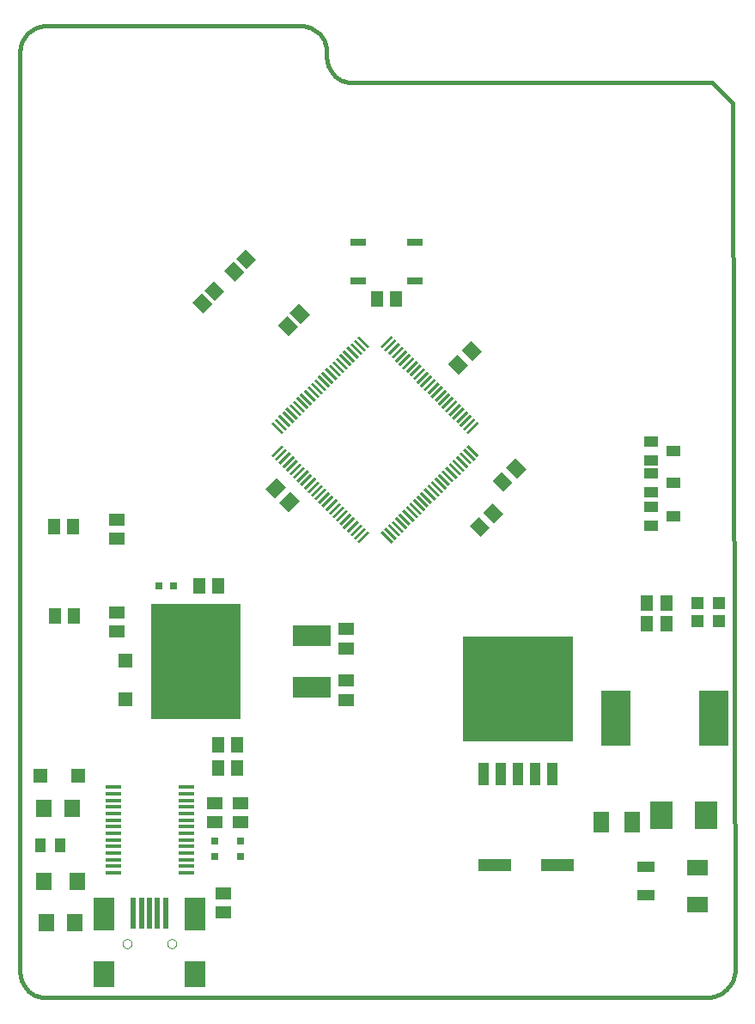
<source format=gtp>
G75*
%MOIN*%
%OFA0B0*%
%FSLAX24Y24*%
%IPPOS*%
%LPD*%
%AMOC8*
5,1,8,0,0,1.08239X$1,22.5*
%
%ADD10C,0.0160*%
%ADD11R,0.0110X0.0580*%
%ADD12R,0.0512X0.0591*%
%ADD13R,0.4252X0.4098*%
%ADD14R,0.0420X0.0850*%
%ADD15R,0.0591X0.0787*%
%ADD16R,0.1299X0.0512*%
%ADD17R,0.0630X0.0512*%
%ADD18R,0.0551X0.0551*%
%ADD19R,0.1500X0.0820*%
%ADD20R,0.3500X0.4500*%
%ADD21R,0.0315X0.0315*%
%ADD22R,0.0512X0.0630*%
%ADD23R,0.0591X0.0512*%
%ADD24R,0.0591X0.0157*%
%ADD25R,0.0787X0.0984*%
%ADD26R,0.0787X0.1299*%
%ADD27R,0.0197X0.1220*%
%ADD28C,0.0000*%
%ADD29R,0.0433X0.0551*%
%ADD30R,0.0600X0.0300*%
%ADD31R,0.0709X0.0394*%
%ADD32R,0.0827X0.0591*%
%ADD33R,0.0472X0.0472*%
%ADD34R,0.0551X0.0394*%
%ADD35R,0.0630X0.0709*%
%ADD36R,0.0850X0.1080*%
%ADD37R,0.1142X0.2126*%
D10*
X008033Y014549D02*
X033786Y014549D01*
X033853Y014560D01*
X033919Y014574D01*
X033984Y014592D01*
X034048Y014614D01*
X034110Y014640D01*
X034171Y014669D01*
X034230Y014702D01*
X034287Y014738D01*
X034342Y014777D01*
X034394Y014820D01*
X034444Y014865D01*
X034491Y014914D01*
X034535Y014965D01*
X034576Y015018D01*
X034614Y015074D01*
X034649Y015132D01*
X034680Y015192D01*
X034708Y015253D01*
X034732Y015316D01*
X034752Y015381D01*
X034769Y015446D01*
X034781Y015513D01*
X034790Y015579D01*
X034795Y015647D01*
X034796Y015714D01*
X034793Y015782D01*
X034786Y015849D01*
X034698Y048787D01*
X034698Y048794D02*
X034688Y049239D01*
X034683Y049249D02*
X033883Y050049D01*
X019933Y050049D01*
X019873Y050051D01*
X019812Y050056D01*
X019753Y050065D01*
X019694Y050078D01*
X019635Y050094D01*
X019578Y050114D01*
X019523Y050137D01*
X019468Y050164D01*
X019416Y050193D01*
X019365Y050226D01*
X019316Y050262D01*
X019270Y050300D01*
X019226Y050342D01*
X019184Y050386D01*
X019146Y050432D01*
X019110Y050481D01*
X019077Y050532D01*
X019048Y050584D01*
X019021Y050639D01*
X018998Y050694D01*
X018978Y050751D01*
X018962Y050810D01*
X018949Y050869D01*
X018940Y050928D01*
X018935Y050989D01*
X018933Y051049D01*
X018933Y051249D01*
X018931Y051309D01*
X018926Y051370D01*
X018917Y051429D01*
X018904Y051488D01*
X018888Y051547D01*
X018868Y051604D01*
X018845Y051659D01*
X018818Y051714D01*
X018789Y051766D01*
X018756Y051817D01*
X018720Y051866D01*
X018682Y051912D01*
X018640Y051956D01*
X018596Y051998D01*
X018550Y052036D01*
X018501Y052072D01*
X018450Y052105D01*
X018398Y052134D01*
X018343Y052161D01*
X018288Y052184D01*
X018231Y052204D01*
X018172Y052220D01*
X018113Y052233D01*
X018054Y052242D01*
X017993Y052247D01*
X017933Y052249D01*
X008033Y052249D01*
X007973Y052247D01*
X007912Y052242D01*
X007853Y052233D01*
X007794Y052220D01*
X007735Y052204D01*
X007678Y052184D01*
X007623Y052161D01*
X007568Y052134D01*
X007516Y052105D01*
X007465Y052072D01*
X007416Y052036D01*
X007370Y051998D01*
X007326Y051956D01*
X007284Y051912D01*
X007246Y051866D01*
X007210Y051817D01*
X007177Y051766D01*
X007148Y051714D01*
X007121Y051659D01*
X007098Y051604D01*
X007078Y051547D01*
X007062Y051488D01*
X007049Y051429D01*
X007040Y051370D01*
X007035Y051309D01*
X007033Y051249D01*
X007033Y015549D01*
X007035Y015489D01*
X007040Y015428D01*
X007049Y015369D01*
X007062Y015310D01*
X007078Y015251D01*
X007098Y015194D01*
X007121Y015139D01*
X007148Y015084D01*
X007177Y015032D01*
X007210Y014981D01*
X007246Y014932D01*
X007284Y014886D01*
X007326Y014842D01*
X007370Y014800D01*
X007416Y014762D01*
X007465Y014726D01*
X007516Y014693D01*
X007568Y014664D01*
X007623Y014637D01*
X007678Y014614D01*
X007735Y014594D01*
X007794Y014578D01*
X007853Y014565D01*
X007912Y014556D01*
X007973Y014551D01*
X008033Y014549D01*
D11*
G36*
X020526Y032655D02*
X020603Y032578D01*
X020194Y032169D01*
X020117Y032246D01*
X020526Y032655D01*
G37*
G36*
X020391Y032789D02*
X020468Y032712D01*
X020059Y032303D01*
X019982Y032380D01*
X020391Y032789D01*
G37*
G36*
X020250Y032931D02*
X020327Y032854D01*
X019918Y032445D01*
X019841Y032522D01*
X020250Y032931D01*
G37*
G36*
X020109Y033072D02*
X020186Y032995D01*
X019777Y032586D01*
X019700Y032663D01*
X020109Y033072D01*
G37*
G36*
X019967Y033214D02*
X020044Y033137D01*
X019635Y032728D01*
X019558Y032805D01*
X019967Y033214D01*
G37*
G36*
X019833Y033348D02*
X019910Y033271D01*
X019501Y032862D01*
X019424Y032939D01*
X019833Y033348D01*
G37*
G36*
X019691Y033489D02*
X019768Y033412D01*
X019359Y033003D01*
X019282Y033080D01*
X019691Y033489D01*
G37*
G36*
X019550Y033631D02*
X019627Y033554D01*
X019218Y033145D01*
X019141Y033222D01*
X019550Y033631D01*
G37*
G36*
X019416Y033765D02*
X019493Y033688D01*
X019084Y033279D01*
X019007Y033356D01*
X019416Y033765D01*
G37*
G36*
X019274Y033907D02*
X019351Y033830D01*
X018942Y033421D01*
X018865Y033498D01*
X019274Y033907D01*
G37*
G36*
X019133Y034048D02*
X019210Y033971D01*
X018801Y033562D01*
X018724Y033639D01*
X019133Y034048D01*
G37*
G36*
X018998Y034182D02*
X019075Y034105D01*
X018666Y033696D01*
X018589Y033773D01*
X018998Y034182D01*
G37*
G36*
X018857Y034324D02*
X018934Y034247D01*
X018525Y033838D01*
X018448Y033915D01*
X018857Y034324D01*
G37*
G36*
X018716Y034465D02*
X018793Y034388D01*
X018384Y033979D01*
X018307Y034056D01*
X018716Y034465D01*
G37*
G36*
X018581Y034600D02*
X018658Y034523D01*
X018249Y034114D01*
X018172Y034191D01*
X018581Y034600D01*
G37*
G36*
X018440Y034741D02*
X018517Y034664D01*
X018108Y034255D01*
X018031Y034332D01*
X018440Y034741D01*
G37*
G36*
X018298Y034882D02*
X018375Y034805D01*
X017966Y034396D01*
X017889Y034473D01*
X018298Y034882D01*
G37*
G36*
X018164Y035017D02*
X018241Y034940D01*
X017832Y034531D01*
X017755Y034608D01*
X018164Y035017D01*
G37*
G36*
X018023Y035158D02*
X018100Y035081D01*
X017691Y034672D01*
X017614Y034749D01*
X018023Y035158D01*
G37*
G36*
X017881Y035300D02*
X017958Y035223D01*
X017549Y034814D01*
X017472Y034891D01*
X017881Y035300D01*
G37*
G36*
X017747Y035434D02*
X017824Y035357D01*
X017415Y034948D01*
X017338Y035025D01*
X017747Y035434D01*
G37*
G36*
X017605Y035575D02*
X017682Y035498D01*
X017273Y035089D01*
X017196Y035166D01*
X017605Y035575D01*
G37*
G36*
X017464Y035717D02*
X017541Y035640D01*
X017132Y035231D01*
X017055Y035308D01*
X017464Y035717D01*
G37*
G36*
X017323Y035858D02*
X017400Y035781D01*
X016991Y035372D01*
X016914Y035449D01*
X017323Y035858D01*
G37*
G36*
X017188Y035993D02*
X017265Y035916D01*
X016856Y035507D01*
X016779Y035584D01*
X017188Y035993D01*
G37*
G36*
X017265Y036489D02*
X017188Y036412D01*
X016779Y036821D01*
X016856Y036898D01*
X017265Y036489D01*
G37*
G36*
X017400Y036623D02*
X017323Y036546D01*
X016914Y036955D01*
X016991Y037032D01*
X017400Y036623D01*
G37*
G36*
X017541Y036765D02*
X017464Y036688D01*
X017055Y037097D01*
X017132Y037174D01*
X017541Y036765D01*
G37*
G36*
X017682Y036906D02*
X017605Y036829D01*
X017196Y037238D01*
X017273Y037315D01*
X017682Y036906D01*
G37*
G36*
X017824Y037047D02*
X017747Y036970D01*
X017338Y037379D01*
X017415Y037456D01*
X017824Y037047D01*
G37*
G36*
X017958Y037182D02*
X017881Y037105D01*
X017472Y037514D01*
X017549Y037591D01*
X017958Y037182D01*
G37*
G36*
X018100Y037323D02*
X018023Y037246D01*
X017614Y037655D01*
X017691Y037732D01*
X018100Y037323D01*
G37*
G36*
X018241Y037465D02*
X018164Y037388D01*
X017755Y037797D01*
X017832Y037874D01*
X018241Y037465D01*
G37*
G36*
X018375Y037599D02*
X018298Y037522D01*
X017889Y037931D01*
X017966Y038008D01*
X018375Y037599D01*
G37*
G36*
X018517Y037740D02*
X018440Y037663D01*
X018031Y038072D01*
X018108Y038149D01*
X018517Y037740D01*
G37*
G36*
X018658Y037882D02*
X018581Y037805D01*
X018172Y038214D01*
X018249Y038291D01*
X018658Y037882D01*
G37*
G36*
X018793Y038016D02*
X018716Y037939D01*
X018307Y038348D01*
X018384Y038425D01*
X018793Y038016D01*
G37*
G36*
X018934Y038158D02*
X018857Y038081D01*
X018448Y038490D01*
X018525Y038567D01*
X018934Y038158D01*
G37*
G36*
X019075Y038299D02*
X018998Y038222D01*
X018589Y038631D01*
X018666Y038708D01*
X019075Y038299D01*
G37*
G36*
X019210Y038433D02*
X019133Y038356D01*
X018724Y038765D01*
X018801Y038842D01*
X019210Y038433D01*
G37*
G36*
X019351Y038575D02*
X019274Y038498D01*
X018865Y038907D01*
X018942Y038984D01*
X019351Y038575D01*
G37*
G36*
X019493Y038716D02*
X019416Y038639D01*
X019007Y039048D01*
X019084Y039125D01*
X019493Y038716D01*
G37*
G36*
X019627Y038850D02*
X019550Y038773D01*
X019141Y039182D01*
X019218Y039259D01*
X019627Y038850D01*
G37*
G36*
X019768Y038992D02*
X019691Y038915D01*
X019282Y039324D01*
X019359Y039401D01*
X019768Y038992D01*
G37*
G36*
X019910Y039133D02*
X019833Y039056D01*
X019424Y039465D01*
X019501Y039542D01*
X019910Y039133D01*
G37*
G36*
X020044Y039268D02*
X019967Y039191D01*
X019558Y039600D01*
X019635Y039677D01*
X020044Y039268D01*
G37*
G36*
X020186Y039409D02*
X020109Y039332D01*
X019700Y039741D01*
X019777Y039818D01*
X020186Y039409D01*
G37*
G36*
X020327Y039551D02*
X020250Y039474D01*
X019841Y039883D01*
X019918Y039960D01*
X020327Y039551D01*
G37*
G36*
X020468Y039692D02*
X020391Y039615D01*
X019982Y040024D01*
X020059Y040101D01*
X020468Y039692D01*
G37*
G36*
X020603Y039826D02*
X020526Y039749D01*
X020117Y040158D01*
X020194Y040235D01*
X020603Y039826D01*
G37*
G36*
X021431Y040235D02*
X021508Y040158D01*
X021099Y039749D01*
X021022Y039826D01*
X021431Y040235D01*
G37*
G36*
X021565Y040101D02*
X021642Y040024D01*
X021233Y039615D01*
X021156Y039692D01*
X021565Y040101D01*
G37*
G36*
X021707Y039960D02*
X021784Y039883D01*
X021375Y039474D01*
X021298Y039551D01*
X021707Y039960D01*
G37*
G36*
X021848Y039818D02*
X021925Y039741D01*
X021516Y039332D01*
X021439Y039409D01*
X021848Y039818D01*
G37*
G36*
X021990Y039677D02*
X022067Y039600D01*
X021658Y039191D01*
X021581Y039268D01*
X021990Y039677D01*
G37*
G36*
X022124Y039542D02*
X022201Y039465D01*
X021792Y039056D01*
X021715Y039133D01*
X022124Y039542D01*
G37*
G36*
X022265Y039401D02*
X022342Y039324D01*
X021933Y038915D01*
X021856Y038992D01*
X022265Y039401D01*
G37*
G36*
X022407Y039259D02*
X022484Y039182D01*
X022075Y038773D01*
X021998Y038850D01*
X022407Y039259D01*
G37*
G36*
X022541Y039125D02*
X022618Y039048D01*
X022209Y038639D01*
X022132Y038716D01*
X022541Y039125D01*
G37*
G36*
X022683Y038984D02*
X022760Y038907D01*
X022351Y038498D01*
X022274Y038575D01*
X022683Y038984D01*
G37*
G36*
X022824Y038842D02*
X022901Y038765D01*
X022492Y038356D01*
X022415Y038433D01*
X022824Y038842D01*
G37*
G36*
X022958Y038708D02*
X023035Y038631D01*
X022626Y038222D01*
X022549Y038299D01*
X022958Y038708D01*
G37*
G36*
X023100Y038567D02*
X023177Y038490D01*
X022768Y038081D01*
X022691Y038158D01*
X023100Y038567D01*
G37*
G36*
X023241Y038425D02*
X023318Y038348D01*
X022909Y037939D01*
X022832Y038016D01*
X023241Y038425D01*
G37*
G36*
X023375Y038291D02*
X023452Y038214D01*
X023043Y037805D01*
X022966Y037882D01*
X023375Y038291D01*
G37*
G36*
X023517Y038149D02*
X023594Y038072D01*
X023185Y037663D01*
X023108Y037740D01*
X023517Y038149D01*
G37*
G36*
X023658Y038008D02*
X023735Y037931D01*
X023326Y037522D01*
X023249Y037599D01*
X023658Y038008D01*
G37*
G36*
X023793Y037874D02*
X023870Y037797D01*
X023461Y037388D01*
X023384Y037465D01*
X023793Y037874D01*
G37*
G36*
X023934Y037732D02*
X024011Y037655D01*
X023602Y037246D01*
X023525Y037323D01*
X023934Y037732D01*
G37*
G36*
X024076Y037591D02*
X024153Y037514D01*
X023744Y037105D01*
X023667Y037182D01*
X024076Y037591D01*
G37*
G36*
X024210Y037456D02*
X024287Y037379D01*
X023878Y036970D01*
X023801Y037047D01*
X024210Y037456D01*
G37*
G36*
X024351Y037315D02*
X024428Y037238D01*
X024019Y036829D01*
X023942Y036906D01*
X024351Y037315D01*
G37*
G36*
X024493Y037174D02*
X024570Y037097D01*
X024161Y036688D01*
X024084Y036765D01*
X024493Y037174D01*
G37*
G36*
X024634Y037032D02*
X024711Y036955D01*
X024302Y036546D01*
X024225Y036623D01*
X024634Y037032D01*
G37*
G36*
X024768Y036898D02*
X024845Y036821D01*
X024436Y036412D01*
X024359Y036489D01*
X024768Y036898D01*
G37*
G36*
X024845Y035584D02*
X024768Y035507D01*
X024359Y035916D01*
X024436Y035993D01*
X024845Y035584D01*
G37*
G36*
X024711Y035449D02*
X024634Y035372D01*
X024225Y035781D01*
X024302Y035858D01*
X024711Y035449D01*
G37*
G36*
X024570Y035308D02*
X024493Y035231D01*
X024084Y035640D01*
X024161Y035717D01*
X024570Y035308D01*
G37*
G36*
X024428Y035166D02*
X024351Y035089D01*
X023942Y035498D01*
X024019Y035575D01*
X024428Y035166D01*
G37*
G36*
X024287Y035025D02*
X024210Y034948D01*
X023801Y035357D01*
X023878Y035434D01*
X024287Y035025D01*
G37*
G36*
X024153Y034891D02*
X024076Y034814D01*
X023667Y035223D01*
X023744Y035300D01*
X024153Y034891D01*
G37*
G36*
X024011Y034749D02*
X023934Y034672D01*
X023525Y035081D01*
X023602Y035158D01*
X024011Y034749D01*
G37*
G36*
X023870Y034608D02*
X023793Y034531D01*
X023384Y034940D01*
X023461Y035017D01*
X023870Y034608D01*
G37*
G36*
X023735Y034473D02*
X023658Y034396D01*
X023249Y034805D01*
X023326Y034882D01*
X023735Y034473D01*
G37*
G36*
X023594Y034332D02*
X023517Y034255D01*
X023108Y034664D01*
X023185Y034741D01*
X023594Y034332D01*
G37*
G36*
X023452Y034191D02*
X023375Y034114D01*
X022966Y034523D01*
X023043Y034600D01*
X023452Y034191D01*
G37*
G36*
X023318Y034056D02*
X023241Y033979D01*
X022832Y034388D01*
X022909Y034465D01*
X023318Y034056D01*
G37*
G36*
X023177Y033915D02*
X023100Y033838D01*
X022691Y034247D01*
X022768Y034324D01*
X023177Y033915D01*
G37*
G36*
X023035Y033773D02*
X022958Y033696D01*
X022549Y034105D01*
X022626Y034182D01*
X023035Y033773D01*
G37*
G36*
X022901Y033639D02*
X022824Y033562D01*
X022415Y033971D01*
X022492Y034048D01*
X022901Y033639D01*
G37*
G36*
X022760Y033498D02*
X022683Y033421D01*
X022274Y033830D01*
X022351Y033907D01*
X022760Y033498D01*
G37*
G36*
X022618Y033356D02*
X022541Y033279D01*
X022132Y033688D01*
X022209Y033765D01*
X022618Y033356D01*
G37*
G36*
X022484Y033222D02*
X022407Y033145D01*
X021998Y033554D01*
X022075Y033631D01*
X022484Y033222D01*
G37*
G36*
X022342Y033080D02*
X022265Y033003D01*
X021856Y033412D01*
X021933Y033489D01*
X022342Y033080D01*
G37*
G36*
X022201Y032939D02*
X022124Y032862D01*
X021715Y033271D01*
X021792Y033348D01*
X022201Y032939D01*
G37*
G36*
X022067Y032805D02*
X021990Y032728D01*
X021581Y033137D01*
X021658Y033214D01*
X022067Y032805D01*
G37*
G36*
X021925Y032663D02*
X021848Y032586D01*
X021439Y032995D01*
X021516Y033072D01*
X021925Y032663D01*
G37*
G36*
X021784Y032522D02*
X021707Y032445D01*
X021298Y032854D01*
X021375Y032931D01*
X021784Y032522D01*
G37*
G36*
X021642Y032380D02*
X021565Y032303D01*
X021156Y032712D01*
X021233Y032789D01*
X021642Y032380D01*
G37*
G36*
X021508Y032246D02*
X021431Y032169D01*
X021022Y032578D01*
X021099Y032655D01*
X021508Y032246D01*
G37*
D12*
G36*
X025257Y032787D02*
X024895Y032425D01*
X024479Y032841D01*
X024841Y033203D01*
X025257Y032787D01*
G37*
G36*
X025786Y033316D02*
X025424Y032954D01*
X025008Y033370D01*
X025370Y033732D01*
X025786Y033316D01*
G37*
G36*
X026147Y034537D02*
X025785Y034175D01*
X025369Y034591D01*
X025731Y034953D01*
X026147Y034537D01*
G37*
G36*
X026676Y035066D02*
X026314Y034704D01*
X025898Y035120D01*
X026260Y035482D01*
X026676Y035066D01*
G37*
G36*
X024417Y039077D02*
X024055Y038715D01*
X023639Y039131D01*
X024001Y039493D01*
X024417Y039077D01*
G37*
G36*
X024946Y039606D02*
X024584Y039244D01*
X024168Y039660D01*
X024530Y040022D01*
X024946Y039606D01*
G37*
G36*
X018278Y041053D02*
X017916Y040691D01*
X017500Y041107D01*
X017862Y041469D01*
X018278Y041053D01*
G37*
G36*
X017805Y040580D02*
X017443Y040218D01*
X017027Y040634D01*
X017389Y040996D01*
X017805Y040580D01*
G37*
G36*
X014943Y042749D02*
X015305Y043111D01*
X015721Y042695D01*
X015359Y042333D01*
X014943Y042749D01*
G37*
G36*
X014963Y041937D02*
X014601Y041575D01*
X014185Y041991D01*
X014547Y042353D01*
X014963Y041937D01*
G37*
G36*
X014489Y041463D02*
X014127Y041101D01*
X013711Y041517D01*
X014073Y041879D01*
X014489Y041463D01*
G37*
G36*
X015416Y043222D02*
X015778Y043584D01*
X016194Y043168D01*
X015832Y042806D01*
X015416Y043222D01*
G37*
G36*
X016985Y034712D02*
X017347Y034350D01*
X016931Y033934D01*
X016569Y034296D01*
X016985Y034712D01*
G37*
G36*
X017514Y034183D02*
X017876Y033821D01*
X017460Y033405D01*
X017098Y033767D01*
X017514Y034183D01*
G37*
X031359Y029849D03*
X032107Y029849D03*
X032107Y029049D03*
X031359Y029049D03*
D13*
X026347Y026512D03*
D14*
X026347Y023232D03*
X025677Y023232D03*
X025007Y023232D03*
X027017Y023232D03*
X027687Y023232D03*
D15*
X029598Y021353D03*
X030779Y021353D03*
D16*
X027900Y019682D03*
X025439Y019682D03*
D17*
X019703Y026105D03*
X019703Y026853D03*
X019703Y028095D03*
X019703Y028843D03*
X015593Y022093D03*
X015593Y021345D03*
X014603Y021345D03*
X014603Y022093D03*
D18*
X011133Y026131D03*
X011133Y027627D03*
X009301Y023159D03*
X007805Y023159D03*
D19*
X018344Y026596D03*
X018344Y028596D03*
D20*
X013844Y027596D03*
D21*
X012998Y030519D03*
X012408Y030519D03*
X014593Y020614D03*
X014593Y020023D03*
X015593Y020023D03*
X015593Y020614D03*
D22*
X015457Y023449D03*
X014709Y023449D03*
X014709Y024349D03*
X015457Y024349D03*
X014727Y030519D03*
X013979Y030519D03*
X009129Y029359D03*
X008381Y029359D03*
X008339Y032819D03*
X009087Y032819D03*
X020877Y041647D03*
X021625Y041647D03*
D23*
X010783Y033093D03*
X010783Y032345D03*
X010773Y029496D03*
X010773Y028748D03*
X014923Y018603D03*
X014923Y017855D03*
D24*
X013495Y019386D03*
X013495Y019642D03*
X013495Y019898D03*
X013495Y020153D03*
X013495Y020409D03*
X013495Y020665D03*
X013495Y020921D03*
X013495Y021177D03*
X013495Y021433D03*
X013495Y021689D03*
X013495Y021945D03*
X013495Y022201D03*
X013495Y022457D03*
X013495Y022713D03*
X010640Y022713D03*
X010640Y022457D03*
X010640Y022201D03*
X010640Y021945D03*
X010640Y021689D03*
X010640Y021433D03*
X010640Y021177D03*
X010640Y020921D03*
X010640Y020665D03*
X010640Y020409D03*
X010640Y020153D03*
X010640Y019898D03*
X010640Y019642D03*
X010640Y019386D03*
D25*
X010304Y015459D03*
X013808Y015459D03*
D26*
X013808Y017782D03*
X010304Y017782D03*
D27*
X011426Y017821D03*
X011741Y017821D03*
X012056Y017821D03*
X012371Y017821D03*
X012686Y017821D03*
D28*
X012745Y016640D02*
X012747Y016666D01*
X012753Y016692D01*
X012763Y016717D01*
X012776Y016740D01*
X012792Y016760D01*
X012812Y016778D01*
X012834Y016793D01*
X012857Y016805D01*
X012883Y016813D01*
X012909Y016817D01*
X012935Y016817D01*
X012961Y016813D01*
X012987Y016805D01*
X013011Y016793D01*
X013032Y016778D01*
X013052Y016760D01*
X013068Y016740D01*
X013081Y016717D01*
X013091Y016692D01*
X013097Y016666D01*
X013099Y016640D01*
X013097Y016614D01*
X013091Y016588D01*
X013081Y016563D01*
X013068Y016540D01*
X013052Y016520D01*
X013032Y016502D01*
X013010Y016487D01*
X012987Y016475D01*
X012961Y016467D01*
X012935Y016463D01*
X012909Y016463D01*
X012883Y016467D01*
X012857Y016475D01*
X012833Y016487D01*
X012812Y016502D01*
X012792Y016520D01*
X012776Y016540D01*
X012763Y016563D01*
X012753Y016588D01*
X012747Y016614D01*
X012745Y016640D01*
X011013Y016640D02*
X011015Y016666D01*
X011021Y016692D01*
X011031Y016717D01*
X011044Y016740D01*
X011060Y016760D01*
X011080Y016778D01*
X011102Y016793D01*
X011125Y016805D01*
X011151Y016813D01*
X011177Y016817D01*
X011203Y016817D01*
X011229Y016813D01*
X011255Y016805D01*
X011279Y016793D01*
X011300Y016778D01*
X011320Y016760D01*
X011336Y016740D01*
X011349Y016717D01*
X011359Y016692D01*
X011365Y016666D01*
X011367Y016640D01*
X011365Y016614D01*
X011359Y016588D01*
X011349Y016563D01*
X011336Y016540D01*
X011320Y016520D01*
X011300Y016502D01*
X011278Y016487D01*
X011255Y016475D01*
X011229Y016467D01*
X011203Y016463D01*
X011177Y016463D01*
X011151Y016467D01*
X011125Y016475D01*
X011101Y016487D01*
X011080Y016502D01*
X011060Y016520D01*
X011044Y016540D01*
X011031Y016563D01*
X011021Y016588D01*
X011015Y016614D01*
X011013Y016640D01*
D29*
X008597Y020439D03*
X007809Y020439D03*
D30*
X020155Y042360D03*
X020155Y043860D03*
X022355Y043860D03*
X022355Y042360D03*
D31*
X031333Y019630D03*
X031333Y018527D03*
D32*
X033306Y018167D03*
X033306Y019584D03*
D33*
X033319Y029149D03*
X033319Y029849D03*
X034146Y029849D03*
X034146Y029149D03*
D34*
X031532Y032846D03*
X031532Y033594D03*
X031531Y034143D03*
X031531Y034891D03*
X031534Y035384D03*
X031534Y036132D03*
X032400Y035758D03*
X032397Y034517D03*
X032398Y033220D03*
D35*
X009064Y021899D03*
X007962Y021899D03*
X007952Y019049D03*
X009254Y019049D03*
X009164Y017439D03*
X008062Y017439D03*
D36*
X031911Y021631D03*
X033651Y021631D03*
D37*
X033971Y025386D03*
X030153Y025386D03*
M02*

</source>
